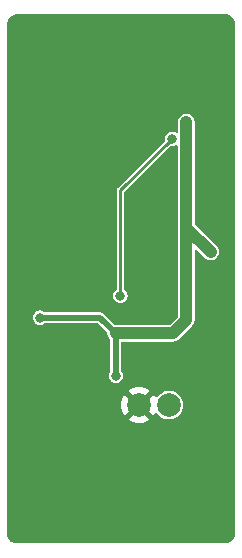
<source format=gbr>
%TF.GenerationSoftware,KiCad,Pcbnew,(6.0.7-1)-1*%
%TF.CreationDate,2022-10-13T21:49:40+11:00*%
%TF.ProjectId,open_jip,6f70656e-5f6a-4697-902e-6b696361645f,rev?*%
%TF.SameCoordinates,Original*%
%TF.FileFunction,Copper,L2,Bot*%
%TF.FilePolarity,Positive*%
%FSLAX46Y46*%
G04 Gerber Fmt 4.6, Leading zero omitted, Abs format (unit mm)*
G04 Created by KiCad (PCBNEW (6.0.7-1)-1) date 2022-10-13 21:49:40*
%MOMM*%
%LPD*%
G01*
G04 APERTURE LIST*
%TA.AperFunction,ComponentPad*%
%ADD10C,2.000000*%
%TD*%
%TA.AperFunction,ViaPad*%
%ADD11C,0.800000*%
%TD*%
%TA.AperFunction,Conductor*%
%ADD12C,0.500000*%
%TD*%
%TA.AperFunction,Conductor*%
%ADD13C,1.000000*%
%TD*%
%TA.AperFunction,Conductor*%
%ADD14C,0.250000*%
%TD*%
G04 APERTURE END LIST*
D10*
%TO.P,D2,1*%
%TO.N,GND*%
X107160000Y-103100000D03*
%TO.P,D2,2*%
%TO.N,Net-(C4-Pad1)*%
X109700000Y-103100000D03*
%TD*%
D11*
%TO.N,GND*%
X104000000Y-99000000D03*
X114000000Y-105000000D03*
X114000000Y-103000000D03*
X114000000Y-101000000D03*
X114000000Y-99000000D03*
X114000000Y-97000000D03*
X100000000Y-98500000D03*
X98500000Y-98500000D03*
X97000000Y-98500000D03*
X110000000Y-82500000D03*
X110000000Y-85000000D03*
X110000000Y-87500000D03*
X107500000Y-87500000D03*
X102500000Y-85000000D03*
X107500000Y-85000000D03*
X102500000Y-87500000D03*
X100000000Y-82500000D03*
X100000000Y-72500000D03*
X100000000Y-75000000D03*
X110000000Y-77500000D03*
X103000000Y-113730000D03*
X102000000Y-92000000D03*
X99480000Y-104340000D03*
X101000000Y-113730000D03*
X102500000Y-80000000D03*
X105000000Y-77500000D03*
X105000000Y-82500000D03*
X104190000Y-109240000D03*
X97000000Y-107730000D03*
X105000000Y-80000000D03*
X97000000Y-90000000D03*
X102500000Y-77500000D03*
X97000000Y-105730000D03*
X97000000Y-109730000D03*
X99000000Y-113730000D03*
X97000000Y-113730000D03*
X97000000Y-111730000D03*
X104200000Y-111180000D03*
X107500000Y-77500000D03*
X107500000Y-80000000D03*
X100000000Y-77500000D03*
%TO.N,+3.3V*%
X111160000Y-79150000D03*
X98750000Y-95700000D03*
X105200000Y-100620000D03*
X105180000Y-97030000D03*
X113230000Y-90140000D03*
%TO.N,SHDN*%
X105580000Y-93859500D03*
X109960000Y-80550000D03*
%TD*%
D12*
%TO.N,+3.3V*%
X105200000Y-100620000D02*
X105180000Y-100600000D01*
X105180000Y-100600000D02*
X105180000Y-97030000D01*
D13*
X110000000Y-97030000D02*
X105180000Y-97030000D01*
X111160000Y-95870000D02*
X110000000Y-97030000D01*
X111160000Y-79150000D02*
X111160000Y-88070000D01*
D12*
X103850000Y-95700000D02*
X98750000Y-95700000D01*
D13*
X111160000Y-88070000D02*
X113230000Y-90140000D01*
X111160000Y-88070000D02*
X111160000Y-95870000D01*
D12*
X105180000Y-97030000D02*
X103850000Y-95700000D01*
D14*
%TO.N,SHDN*%
X105580000Y-84930000D02*
X109960000Y-80550000D01*
X105580000Y-93859500D02*
X105580000Y-84930000D01*
%TD*%
%TA.AperFunction,Conductor*%
%TO.N,GND*%
G36*
X114473140Y-70009573D02*
G01*
X114478704Y-70009583D01*
X114492535Y-70012763D01*
X114506376Y-70009631D01*
X114507500Y-70009633D01*
X114519626Y-70010240D01*
X114636516Y-70021751D01*
X114660741Y-70026570D01*
X114786978Y-70064864D01*
X114809797Y-70074316D01*
X114926127Y-70136495D01*
X114946666Y-70150218D01*
X115048634Y-70233901D01*
X115066099Y-70251366D01*
X115149782Y-70353334D01*
X115163505Y-70373873D01*
X115225684Y-70490203D01*
X115235136Y-70513022D01*
X115273430Y-70639259D01*
X115278249Y-70663487D01*
X115289809Y-70780875D01*
X115290395Y-70793013D01*
X115287237Y-70806747D01*
X115290368Y-70820586D01*
X115290360Y-70825413D01*
X115292393Y-70843610D01*
X115292393Y-113962920D01*
X115290427Y-113980242D01*
X115290417Y-113985811D01*
X115287237Y-113999641D01*
X115290369Y-114013482D01*
X115290367Y-114014605D01*
X115289760Y-114026736D01*
X115278247Y-114143625D01*
X115273429Y-114167847D01*
X115235138Y-114294078D01*
X115225689Y-114316892D01*
X115163503Y-114433232D01*
X115149780Y-114453768D01*
X115066098Y-114555735D01*
X115048634Y-114573200D01*
X114974075Y-114634388D01*
X114946664Y-114656884D01*
X114926127Y-114670606D01*
X114809796Y-114732786D01*
X114786980Y-114742237D01*
X114660735Y-114780533D01*
X114636519Y-114785348D01*
X114566000Y-114792293D01*
X114519055Y-114796916D01*
X114506975Y-114797499D01*
X114493253Y-114794344D01*
X114479413Y-114797475D01*
X114474587Y-114797467D01*
X114456390Y-114799500D01*
X96837080Y-114799500D01*
X96819758Y-114797534D01*
X96814189Y-114797524D01*
X96800359Y-114794344D01*
X96786518Y-114797476D01*
X96785395Y-114797474D01*
X96773269Y-114796867D01*
X96718382Y-114791461D01*
X96656374Y-114785354D01*
X96632152Y-114780536D01*
X96505915Y-114742243D01*
X96483102Y-114732793D01*
X96483089Y-114732786D01*
X96366766Y-114670610D01*
X96346230Y-114656888D01*
X96244261Y-114573204D01*
X96226796Y-114555739D01*
X96143112Y-114453770D01*
X96129389Y-114433232D01*
X96096725Y-114372121D01*
X96067206Y-114316897D01*
X96057758Y-114294088D01*
X96019462Y-114167844D01*
X96014646Y-114143627D01*
X96003133Y-114026736D01*
X96003083Y-114026230D01*
X96002497Y-114014095D01*
X96005656Y-114000359D01*
X96002525Y-113986520D01*
X96002533Y-113981690D01*
X96000500Y-113963496D01*
X96000500Y-104332670D01*
X106292160Y-104332670D01*
X106297887Y-104340320D01*
X106469042Y-104445205D01*
X106477837Y-104449687D01*
X106687988Y-104536734D01*
X106697373Y-104539783D01*
X106918554Y-104592885D01*
X106928301Y-104594428D01*
X107155070Y-104612275D01*
X107164930Y-104612275D01*
X107391699Y-104594428D01*
X107401446Y-104592885D01*
X107622627Y-104539783D01*
X107632012Y-104536734D01*
X107842163Y-104449687D01*
X107850958Y-104445205D01*
X108018445Y-104342568D01*
X108027907Y-104332110D01*
X108024124Y-104323334D01*
X107172812Y-103472022D01*
X107158868Y-103464408D01*
X107157035Y-103464539D01*
X107150420Y-103468790D01*
X106298920Y-104320290D01*
X106292160Y-104332670D01*
X96000500Y-104332670D01*
X96000500Y-103104930D01*
X105647725Y-103104930D01*
X105665572Y-103331699D01*
X105667115Y-103341446D01*
X105720217Y-103562627D01*
X105723266Y-103572012D01*
X105810313Y-103782163D01*
X105814795Y-103790958D01*
X105917432Y-103958445D01*
X105927890Y-103967907D01*
X105936666Y-103964124D01*
X106787978Y-103112812D01*
X106794356Y-103101132D01*
X107524408Y-103101132D01*
X107524539Y-103102965D01*
X107528790Y-103109580D01*
X108380290Y-103961080D01*
X108392670Y-103967840D01*
X108400320Y-103962113D01*
X108504170Y-103792647D01*
X108556817Y-103745016D01*
X108626859Y-103733409D01*
X108692056Y-103761512D01*
X108714499Y-103785761D01*
X108783222Y-103883002D01*
X108941264Y-104036961D01*
X108946060Y-104040166D01*
X108946063Y-104040168D01*
X109030261Y-104096427D01*
X109124717Y-104159540D01*
X109130020Y-104161818D01*
X109130023Y-104161820D01*
X109322129Y-104244355D01*
X109327436Y-104246635D01*
X109407088Y-104264658D01*
X109536995Y-104294054D01*
X109537001Y-104294055D01*
X109542632Y-104295329D01*
X109548403Y-104295556D01*
X109548405Y-104295556D01*
X109616211Y-104298220D01*
X109763098Y-104303991D01*
X109872275Y-104288161D01*
X109975738Y-104273160D01*
X109975743Y-104273159D01*
X109981452Y-104272331D01*
X109986916Y-104270476D01*
X109986921Y-104270475D01*
X110184907Y-104203268D01*
X110184912Y-104203266D01*
X110190379Y-104201410D01*
X110382884Y-104093602D01*
X110552518Y-103952518D01*
X110614252Y-103878292D01*
X110689908Y-103787326D01*
X110689910Y-103787323D01*
X110693602Y-103782884D01*
X110801410Y-103590379D01*
X110803266Y-103584912D01*
X110803268Y-103584907D01*
X110870475Y-103386921D01*
X110870476Y-103386916D01*
X110872331Y-103381452D01*
X110873159Y-103375743D01*
X110873160Y-103375738D01*
X110903458Y-103166772D01*
X110903991Y-103163098D01*
X110905643Y-103100000D01*
X110885454Y-102880289D01*
X110825565Y-102667936D01*
X110727980Y-102470053D01*
X110719405Y-102458569D01*
X110599420Y-102297891D01*
X110599420Y-102297890D01*
X110595967Y-102293267D01*
X110433949Y-102143499D01*
X110247350Y-102025764D01*
X110042421Y-101944006D01*
X110036761Y-101942880D01*
X110036757Y-101942879D01*
X109831691Y-101902089D01*
X109831688Y-101902089D01*
X109826024Y-101900962D01*
X109820249Y-101900886D01*
X109820245Y-101900886D01*
X109709504Y-101899437D01*
X109605406Y-101898074D01*
X109599709Y-101899053D01*
X109599708Y-101899053D01*
X109393654Y-101934459D01*
X109393653Y-101934459D01*
X109387957Y-101935438D01*
X109180957Y-102011804D01*
X108991341Y-102124614D01*
X108825457Y-102270090D01*
X108807186Y-102293267D01*
X108709285Y-102417455D01*
X108651404Y-102458569D01*
X108580484Y-102461863D01*
X108519042Y-102426292D01*
X108502903Y-102405285D01*
X108402568Y-102241555D01*
X108392110Y-102232093D01*
X108383334Y-102235876D01*
X107532022Y-103087188D01*
X107524408Y-103101132D01*
X106794356Y-103101132D01*
X106795592Y-103098868D01*
X106795461Y-103097035D01*
X106791210Y-103090420D01*
X105939710Y-102238920D01*
X105927330Y-102232160D01*
X105919680Y-102237887D01*
X105814795Y-102409042D01*
X105810313Y-102417837D01*
X105723266Y-102627988D01*
X105720217Y-102637373D01*
X105667115Y-102858554D01*
X105665572Y-102868301D01*
X105647725Y-103095070D01*
X105647725Y-103104930D01*
X96000500Y-103104930D01*
X96000500Y-101867890D01*
X106292093Y-101867890D01*
X106295876Y-101876666D01*
X107147188Y-102727978D01*
X107161132Y-102735592D01*
X107162965Y-102735461D01*
X107169580Y-102731210D01*
X108021080Y-101879710D01*
X108027840Y-101867330D01*
X108022113Y-101859680D01*
X107850958Y-101754795D01*
X107842163Y-101750313D01*
X107632012Y-101663266D01*
X107622627Y-101660217D01*
X107401446Y-101607115D01*
X107391699Y-101605572D01*
X107164930Y-101587725D01*
X107155070Y-101587725D01*
X106928301Y-101605572D01*
X106918554Y-101607115D01*
X106697373Y-101660217D01*
X106687988Y-101663266D01*
X106477837Y-101750313D01*
X106469042Y-101754795D01*
X106301555Y-101857432D01*
X106292093Y-101867890D01*
X96000500Y-101867890D01*
X96000500Y-95700000D01*
X98144318Y-95700000D01*
X98164956Y-95856762D01*
X98225464Y-96002841D01*
X98321718Y-96128282D01*
X98447159Y-96224536D01*
X98593238Y-96285044D01*
X98750000Y-96305682D01*
X98758188Y-96304604D01*
X98898574Y-96286122D01*
X98906762Y-96285044D01*
X99052841Y-96224536D01*
X99115395Y-96176537D01*
X99181616Y-96150937D01*
X99192099Y-96150500D01*
X103611207Y-96150500D01*
X103679328Y-96170502D01*
X103700302Y-96187405D01*
X104442608Y-96929711D01*
X104476634Y-96992023D01*
X104479511Y-97019464D01*
X104479031Y-97111105D01*
X104518612Y-97275968D01*
X104596375Y-97426631D01*
X104601367Y-97432353D01*
X104601368Y-97432355D01*
X104698449Y-97543641D01*
X104728157Y-97608123D01*
X104729500Y-97626470D01*
X104729500Y-100203967D01*
X104709498Y-100272088D01*
X104703471Y-100280659D01*
X104675464Y-100317159D01*
X104614956Y-100463238D01*
X104594318Y-100620000D01*
X104614956Y-100776762D01*
X104675464Y-100922841D01*
X104771718Y-101048282D01*
X104897159Y-101144536D01*
X105043238Y-101205044D01*
X105200000Y-101225682D01*
X105208188Y-101224604D01*
X105348574Y-101206122D01*
X105356762Y-101205044D01*
X105502841Y-101144536D01*
X105628282Y-101048282D01*
X105724536Y-100922841D01*
X105785044Y-100776762D01*
X105805682Y-100620000D01*
X105785044Y-100463238D01*
X105724536Y-100317159D01*
X105656536Y-100228540D01*
X105630937Y-100162321D01*
X105630500Y-100151838D01*
X105630500Y-97856500D01*
X105650502Y-97788379D01*
X105704158Y-97741886D01*
X105756500Y-97730500D01*
X109971359Y-97730500D01*
X109979929Y-97730792D01*
X110029354Y-97734162D01*
X110029358Y-97734162D01*
X110036930Y-97734678D01*
X110044406Y-97733373D01*
X110044409Y-97733373D01*
X110099132Y-97723822D01*
X110105658Y-97722859D01*
X110146096Y-97717965D01*
X110168320Y-97715276D01*
X110175427Y-97712591D01*
X110178720Y-97711782D01*
X110193191Y-97707823D01*
X110196467Y-97706834D01*
X110203954Y-97705527D01*
X110210914Y-97702472D01*
X110261760Y-97680153D01*
X110267866Y-97677661D01*
X110319818Y-97658030D01*
X110319820Y-97658029D01*
X110326923Y-97655345D01*
X110333178Y-97651046D01*
X110336203Y-97649465D01*
X110349299Y-97642175D01*
X110352243Y-97640434D01*
X110359202Y-97637379D01*
X110409273Y-97598958D01*
X110414609Y-97595081D01*
X110460386Y-97563619D01*
X110460392Y-97563614D01*
X110466651Y-97559312D01*
X110507609Y-97513342D01*
X110512589Y-97508067D01*
X111635074Y-96385583D01*
X111641340Y-96379729D01*
X111678669Y-96347165D01*
X111684396Y-96342169D01*
X111720690Y-96290527D01*
X111724616Y-96285242D01*
X111758895Y-96241524D01*
X111758897Y-96241520D01*
X111763584Y-96235543D01*
X111766710Y-96228620D01*
X111768495Y-96225672D01*
X111775887Y-96212712D01*
X111777520Y-96209666D01*
X111781887Y-96203453D01*
X111804820Y-96144633D01*
X111807376Y-96138554D01*
X111812014Y-96128282D01*
X111833355Y-96081016D01*
X111834740Y-96073545D01*
X111835764Y-96070277D01*
X111839877Y-96055836D01*
X111840717Y-96052563D01*
X111843476Y-96045487D01*
X111851716Y-95982894D01*
X111852748Y-95976377D01*
X111862868Y-95921775D01*
X111864252Y-95914308D01*
X111860709Y-95852856D01*
X111860500Y-95845604D01*
X111860500Y-90065347D01*
X111880502Y-89997226D01*
X111934158Y-89950733D01*
X112004432Y-89940629D01*
X112069012Y-89970123D01*
X112075595Y-89976252D01*
X112764735Y-90665392D01*
X112864457Y-90743583D01*
X112871375Y-90746707D01*
X112871379Y-90746709D01*
X112955385Y-90784639D01*
X113018984Y-90813355D01*
X113026452Y-90814739D01*
X113026455Y-90814740D01*
X113133036Y-90834493D01*
X113185692Y-90844252D01*
X113193272Y-90843815D01*
X113193273Y-90843815D01*
X113224499Y-90842015D01*
X113354959Y-90834493D01*
X113517011Y-90784639D01*
X113662495Y-90697569D01*
X113667888Y-90692232D01*
X113667892Y-90692229D01*
X113723914Y-90636790D01*
X113783010Y-90578310D01*
X113871598Y-90433746D01*
X113923146Y-90272225D01*
X113934678Y-90103070D01*
X113905527Y-89936046D01*
X113837379Y-89780797D01*
X113757978Y-89677322D01*
X111897405Y-87816748D01*
X111863379Y-87754436D01*
X111860500Y-87727653D01*
X111860500Y-79107484D01*
X111845276Y-78981680D01*
X111785345Y-78823077D01*
X111689312Y-78683349D01*
X111677514Y-78672837D01*
X111568392Y-78575612D01*
X111568388Y-78575610D01*
X111562721Y-78570560D01*
X111412881Y-78491224D01*
X111248441Y-78449919D01*
X111240843Y-78449879D01*
X111240841Y-78449879D01*
X111163668Y-78449475D01*
X111078895Y-78449031D01*
X111071508Y-78450805D01*
X111071504Y-78450805D01*
X110928162Y-78485220D01*
X110914032Y-78488612D01*
X110907288Y-78492093D01*
X110907285Y-78492094D01*
X110902089Y-78494776D01*
X110763369Y-78566375D01*
X110635604Y-78677831D01*
X110538113Y-78816547D01*
X110476524Y-78974513D01*
X110459500Y-79103826D01*
X110459500Y-79922011D01*
X110439498Y-79990132D01*
X110385842Y-80036625D01*
X110315568Y-80046729D01*
X110270501Y-80031131D01*
X110269392Y-80030491D01*
X110262841Y-80025464D01*
X110116762Y-79964956D01*
X109960000Y-79944318D01*
X109803238Y-79964956D01*
X109657159Y-80025464D01*
X109531718Y-80121718D01*
X109435464Y-80247159D01*
X109374956Y-80393238D01*
X109354318Y-80550000D01*
X109355396Y-80558187D01*
X109363118Y-80616840D01*
X109352179Y-80686989D01*
X109327291Y-80722382D01*
X105363784Y-84685890D01*
X105355681Y-84693316D01*
X105326806Y-84717545D01*
X105321293Y-84727094D01*
X105307961Y-84750185D01*
X105302055Y-84759456D01*
X105280446Y-84790316D01*
X105277592Y-84800966D01*
X105276115Y-84804134D01*
X105274923Y-84807410D01*
X105269412Y-84816955D01*
X105263462Y-84850699D01*
X105262870Y-84854058D01*
X105260492Y-84864785D01*
X105250736Y-84901193D01*
X105251697Y-84912178D01*
X105251697Y-84912180D01*
X105254020Y-84938728D01*
X105254500Y-84949710D01*
X105254500Y-93290214D01*
X105234498Y-93358335D01*
X105205204Y-93390177D01*
X105151718Y-93431218D01*
X105055464Y-93556659D01*
X104994956Y-93702738D01*
X104974318Y-93859500D01*
X104994956Y-94016262D01*
X105055464Y-94162341D01*
X105151718Y-94287782D01*
X105277159Y-94384036D01*
X105423238Y-94444544D01*
X105580000Y-94465182D01*
X105588188Y-94464104D01*
X105728574Y-94445622D01*
X105736762Y-94444544D01*
X105882841Y-94384036D01*
X106008282Y-94287782D01*
X106104536Y-94162341D01*
X106165044Y-94016262D01*
X106185682Y-93859500D01*
X106165044Y-93702738D01*
X106104536Y-93556659D01*
X106008282Y-93431218D01*
X105954796Y-93390177D01*
X105912929Y-93332839D01*
X105905500Y-93290214D01*
X105905500Y-85117016D01*
X105925502Y-85048895D01*
X105942405Y-85027921D01*
X109787618Y-81182709D01*
X109849930Y-81148683D01*
X109893158Y-81146882D01*
X109960000Y-81155682D01*
X109968188Y-81154604D01*
X110108574Y-81136122D01*
X110116762Y-81135044D01*
X110262841Y-81074536D01*
X110269392Y-81069509D01*
X110270501Y-81068869D01*
X110339497Y-81052132D01*
X110406588Y-81075353D01*
X110450475Y-81131161D01*
X110459500Y-81177989D01*
X110459500Y-88041359D01*
X110459208Y-88049929D01*
X110455322Y-88106930D01*
X110456627Y-88114407D01*
X110457624Y-88120119D01*
X110459500Y-88141783D01*
X110459500Y-95527653D01*
X110439498Y-95595774D01*
X110422595Y-95616749D01*
X109746747Y-96292596D01*
X109684435Y-96326621D01*
X109657652Y-96329500D01*
X105168793Y-96329500D01*
X105100672Y-96309498D01*
X105079698Y-96292595D01*
X104192753Y-95405650D01*
X104182899Y-95394561D01*
X104167707Y-95375291D01*
X104167705Y-95375289D01*
X104161872Y-95367890D01*
X104154125Y-95362535D01*
X104154123Y-95362534D01*
X104113625Y-95334545D01*
X104110403Y-95332243D01*
X104070758Y-95302960D01*
X104070757Y-95302959D01*
X104063184Y-95297366D01*
X104056368Y-95294973D01*
X104050431Y-95290869D01*
X104041451Y-95288029D01*
X104041449Y-95288028D01*
X104010575Y-95278264D01*
X103994481Y-95273174D01*
X103990750Y-95271929D01*
X103944263Y-95255604D01*
X103944261Y-95255604D01*
X103935369Y-95252481D01*
X103928181Y-95252199D01*
X103928122Y-95252188D01*
X103921270Y-95250020D01*
X103914663Y-95249500D01*
X103861984Y-95249500D01*
X103857037Y-95249403D01*
X103800006Y-95247162D01*
X103792900Y-95249046D01*
X103784653Y-95249500D01*
X99192099Y-95249500D01*
X99123978Y-95229498D01*
X99115395Y-95223463D01*
X99059392Y-95180491D01*
X99052841Y-95175464D01*
X98906762Y-95114956D01*
X98750000Y-95094318D01*
X98593238Y-95114956D01*
X98447159Y-95175464D01*
X98321718Y-95271718D01*
X98225464Y-95397159D01*
X98164956Y-95543238D01*
X98144318Y-95700000D01*
X96000500Y-95700000D01*
X96000500Y-70839428D01*
X96002110Y-70826087D01*
X96002254Y-70817062D01*
X96005630Y-70803279D01*
X96002695Y-70789399D01*
X96002717Y-70788034D01*
X96003483Y-70776025D01*
X96016548Y-70659321D01*
X96021622Y-70635374D01*
X96061431Y-70509393D01*
X96071037Y-70486884D01*
X96134454Y-70370974D01*
X96148234Y-70350742D01*
X96232866Y-70249282D01*
X96250297Y-70232097D01*
X96352947Y-70148917D01*
X96373371Y-70135426D01*
X96490169Y-70073662D01*
X96512817Y-70064375D01*
X96563580Y-70049124D01*
X96639359Y-70026357D01*
X96663369Y-70021627D01*
X96780669Y-70010179D01*
X96792955Y-70009591D01*
X96806747Y-70012763D01*
X96820587Y-70009631D01*
X96825414Y-70009640D01*
X96843610Y-70007607D01*
X114455814Y-70007607D01*
X114473140Y-70009573D01*
G37*
%TD.AperFunction*%
%TD*%
M02*

</source>
